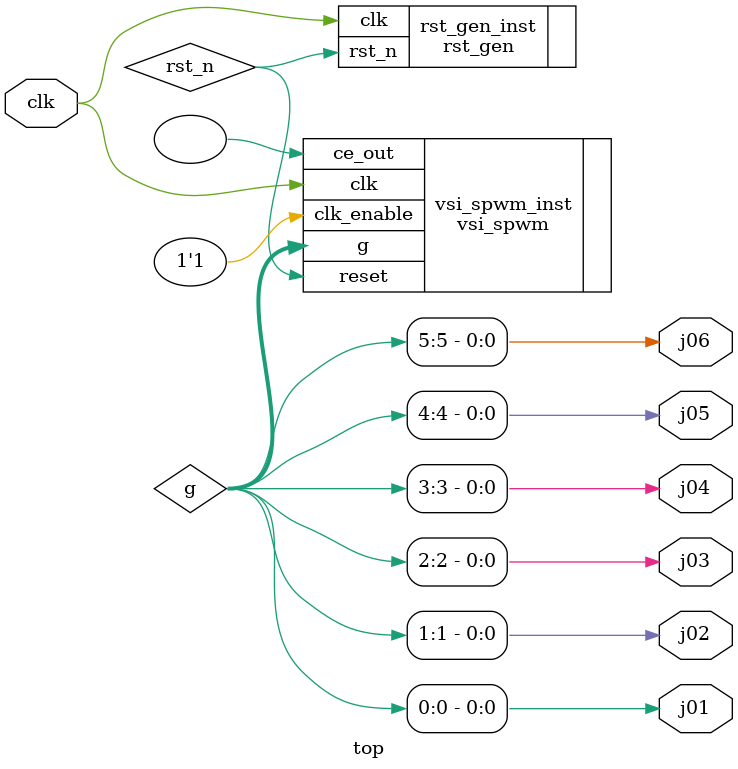
<source format=v>
module top(
   input clk,
   output j01,
   output j02,
   output j03,
   output j04,
   output j05,
   output j06
);

wire rst_n;
wire en;
rst_gen rst_gen_inst(.clk(clk), .rst_n(rst_n));

wire [5:0] g;
assign {j06, j05, j04, j03, j02, j01} = g;

vsi_spwm vsi_spwm_inst(
   .clk(clk),
   .reset(rst_n),
   .clk_enable(1'b1),
   .ce_out(),
   .g(g)
);
endmodule

</source>
